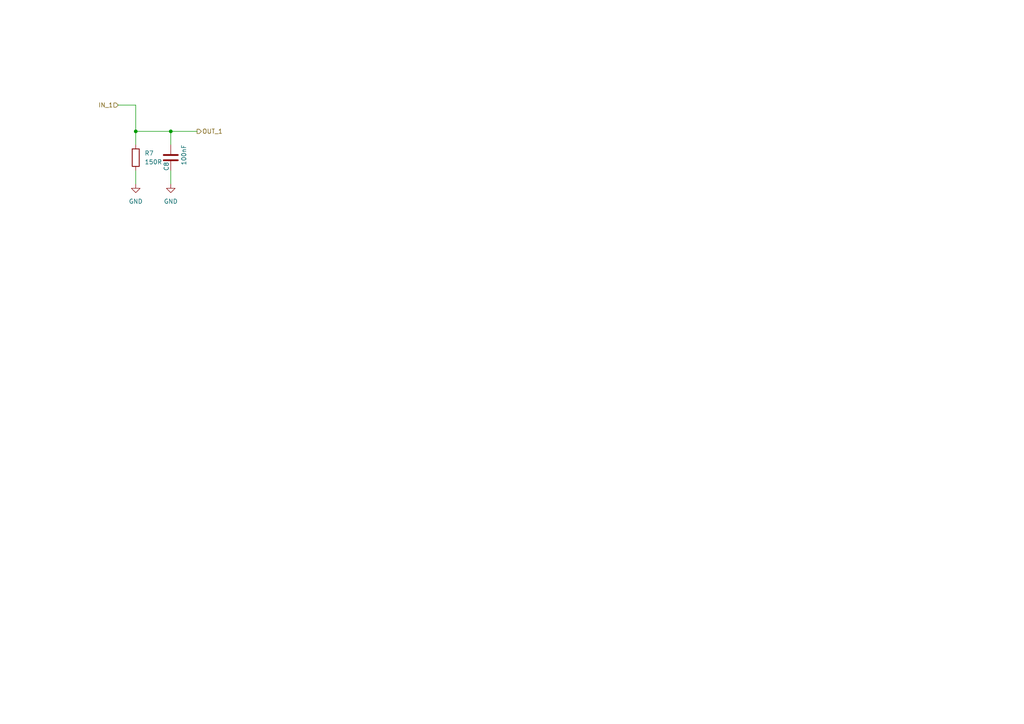
<source format=kicad_sch>
(kicad_sch (version 20250114) (generator "eeschema") (generator_version "9.0")
  (paper "A4")
  (lib_symbols
    (symbol "Device:R" (pin_numbers (hide yes)) (pin_names (offset 0))
      (property "Reference" "R" (at 2.032 0 90))
      (property "Value" "R" (at 0 0 90))
      (symbol "R_0_1"
        (rectangle (start -1.016 -2.54) (end 1.016 2.54) (stroke (width 0.254)))
      )
      (symbol "R_1_1"
        (pin passive line (at 0 3.81 270) (length 1.27) (name "~") (number "1"))
        (pin passive line (at 0 -3.81 90) (length 1.27) (name "~") (number "2"))
      )
    )
    (symbol "PCM_Capacitor_AKL:C_0603" (pin_numbers (hide yes)) (pin_names (offset 0.254))
      (property "Reference" "C" (at 0.635 2.54 0))
      (property "Value" "C_0603" (at 0.635 -2.54 0))
      (symbol "C_0603_0_1"
        (polyline (pts (xy -2.032 0.762) (xy 2.032 0.762)) (stroke (width 0.508)))
        (polyline (pts (xy -2.032 -0.762) (xy 2.032 -0.762)) (stroke (width 0.508)))
      )
      (symbol "C_0603_0_2"
        (polyline (pts (xy -2.54 -2.54) (xy -0.381 -0.381)))
        (polyline (pts (xy -0.508 -0.508) (xy -1.651 0.635)) (stroke (width 0.508)))
        (polyline (pts (xy -0.508 -0.508) (xy 0.635 -1.651)) (stroke (width 0.508)))
        (polyline (pts (xy 0.381 0.381) (xy 2.54 2.54)))
        (polyline (pts (xy 0.508 0.508) (xy -0.635 1.651)) (stroke (width 0.508)))
        (polyline (pts (xy 0.508 0.508) (xy 1.651 -0.635)) (stroke (width 0.508)))
      )
      (symbol "C_0603_1_1"
        (pin passive line (at 0 3.81 270) (length 2.794) (name "~") (number "1"))
        (pin passive line (at 0 -3.81 90) (length 2.794) (name "~") (number "2"))
      )
      (symbol "C_0603_1_2"
        (pin passive line (at -2.54 -2.54 90) (length 0) (name "~") (number "2"))
        (pin passive line (at 2.54 2.54 270) (length 0) (name "~") (number "1"))
      )
    )
    (symbol "power:GND" (power) (pin_numbers (hide yes)) (pin_names (offset 0) (hide yes))
      (property "Value" "GND" (at 0 -3.81 0))
      (symbol "GND_0_1"
        (polyline (pts (xy 0 0) (xy 0 -1.27) (xy 1.27 -1.27) (xy 0 -2.54) (xy -1.27 -1.27) (xy 0 -1.27)))
      )
      (symbol "GND_1_1"
        (pin power_in line (at 0 0 270) (length 0) (name "~") (number "1"))
      )
    )
  )
  (junction (at 39.37 38.1))
  (junction (at 49.53 38.1))
  (wire (pts (xy 39.37 41.91) (xy 39.37 38.1)))
  (wire (pts (xy 39.37 30.48) (xy 34.29 30.48)))
  (wire (pts (xy 49.53 53.34) (xy 49.53 49.53)))
  (wire (pts (xy 39.37 53.34) (xy 39.37 49.53)))
  (wire (pts (xy 39.37 38.1) (xy 39.37 30.48)))
  (wire (pts (xy 49.53 38.1) (xy 57.15 38.1)))
  (wire (pts (xy 49.53 41.91) (xy 49.53 38.1)))
  (wire (pts (xy 39.37 38.1) (xy 49.53 38.1)))
  (hierarchical_label "IN_1" (shape input) (at 34.29 30.48 180))
  (hierarchical_label "OUT_1" (shape output) (at 57.15 38.1 0))
  (symbol (lib_id "PCM_Capacitor_AKL:C_0603") (at 49.53 45.72 180) (unit 1)
    (property "Reference" "C8" (at 48.26 48.26 90))
    (property "Value" "100nF" (at 53.34 41.91 90) (effects (justify left)))
    (property "Footprint" "PCM_Capacitor_SMD_AKL:C_0603_1608Metric" (effects (hide yes)))
    (property "Description" "SMD 0603 MLCC capacitor, Alternate KiCad Library" (effects (hide yes)))
    (property "PART NUMBERT" "CC0603KRX7R9BB104" (effects (hide yes)))
  )
  (symbol (lib_id "Device:R") (at 39.37 45.72 0) (unit 1)
    (property "Reference" "R7" (at 41.91 44.4499 0) (effects (justify left)))
    (property "Value" "150R" (at 41.91 46.9899 0) (effects (justify left)))
    (property "Footprint" "PCM_Resistor_SMD_AKL:R_0603_1608Metric" (effects (hide yes)))
    (property "Description" "Resistor" (effects (hide yes)))
    (property "PART NUMBERT" "RC0603FR-07150RL" (effects (hide yes)))
  )
  (symbol (lib_id "power:GND") (at 49.53 53.34 0) (unit 1)
    (property "Reference" "#PWR020" (effects (hide yes)))
    (property "Value" "GND" (at 49.53 58.42 0))
    (property "Description" "Power symbol creates a global label with name \"GND\" , ground" (effects (hide yes)))
  )
  (symbol (lib_id "power:GND") (at 39.37 53.34 0) (unit 1)
    (property "Reference" "#PWR019" (effects (hide yes)))
    (property "Value" "GND" (at 39.37 58.42 0))
    (property "Description" "Power symbol creates a global label with name \"GND\" , ground" (effects (hide yes)))
  )
)
</source>
